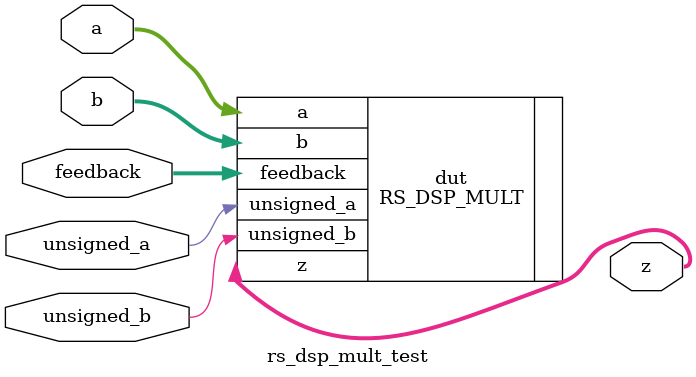
<source format=v>


module rs_dsp_mult_test(
			a,
			b,
			z,
			feedback,
			unsigned_a,
			unsigned_b);

   input [19:0] a;            // 20-bit data input for multipluier or accumulator loading
   input [17:0] b;            // 18-bit data input for multiplication
   output [37:0] z;           // 38-bit data output
   input [2:0] 	 feedback;    // 3-bit feedback input selects coefficient
   input 	 unsigned_a;  // Selects signed or unsigned data for A input
   input 	 unsigned_b;   // Selects signed or unsigned data for B input

  RS_DSP_MULT dut (
		   .a(a),
		   .b(b),
		   .z(z),
		   .feedback(feedback),
		   .unsigned_a(unsigned_a),
		   .unsigned_b(unsigned_b)
		   );
   
endmodule

</source>
